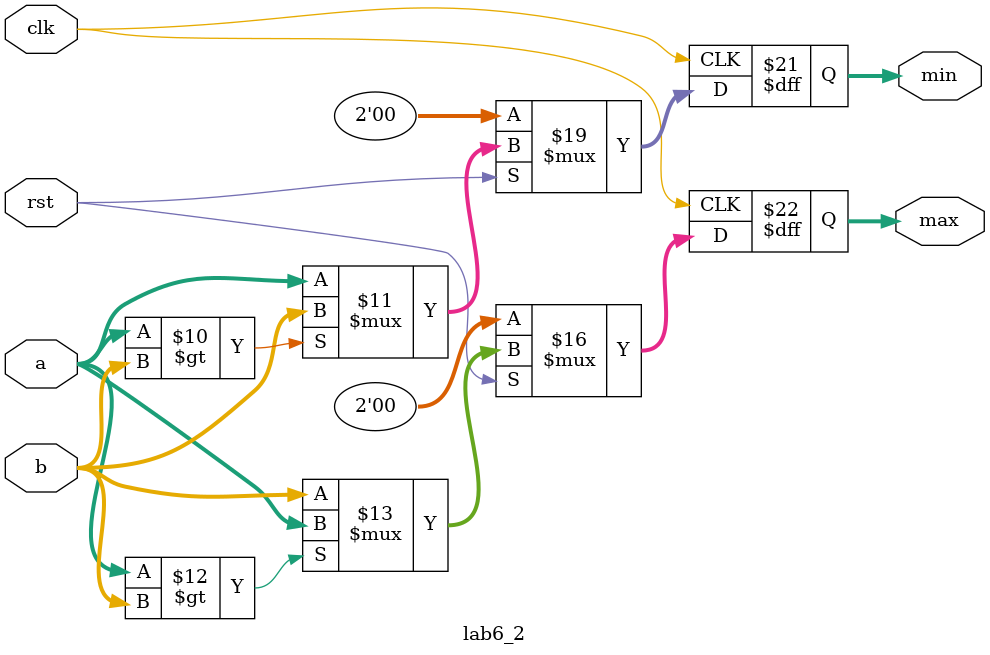
<source format=sv>
module lab6_2 
#(parameter w = 2)
(	input reg [w-1:0] a, b,
	input clk, rst,
	output reg [w-1:0] min, max
	);



function [w-1:0] fmin;
input [w-1:0] a, b;
begin
	fmin = (a>b)? b:a;
end
endfunction

function [w-1:0] fmax;
input [w-1:0] a, b;
begin
	fmax = (a>b)? a:b;
end
endfunction


always @(posedge clk) begin
	min = fmin(a,b);
	max = fmax(a,b);
	if (~rst) begin
			min = 0;
			max = 0; end
	end


endmodule

</source>
